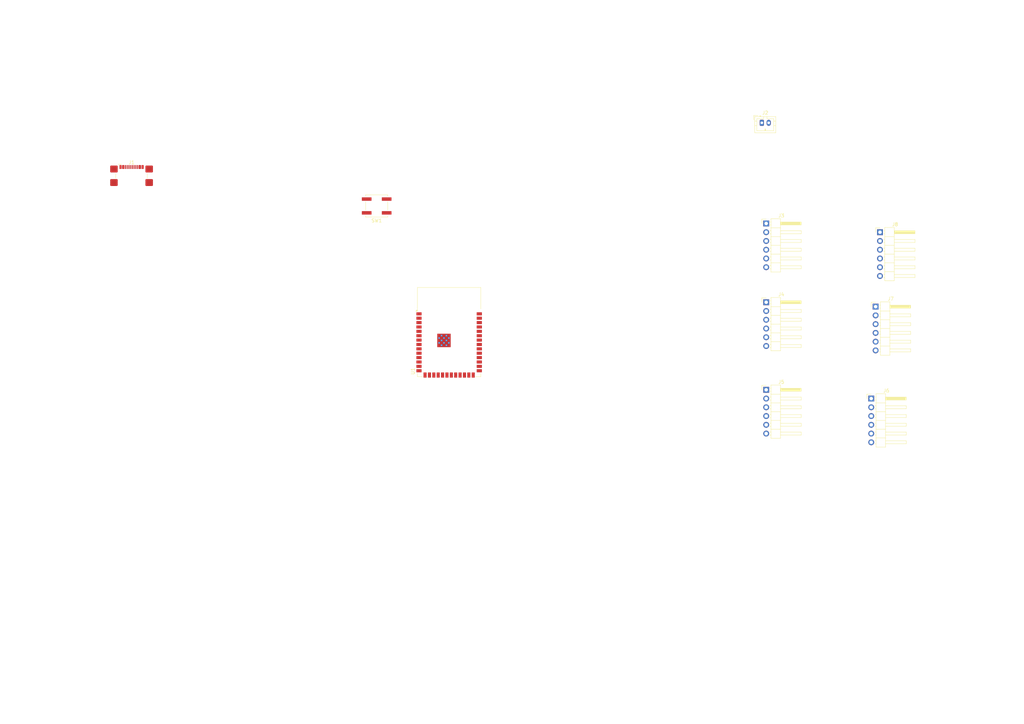
<source format=kicad_pcb>
(kicad_pcb (version 20241229) (generator "pcbnew") (generator_version "9.0")
  (layers (0 "F.Cu" signal) (2 "B.Cu" signal) (13 "F.Paste" user) (15 "B.Paste" user) (5 "F.SilkS" user "F.Silkscreen") (7 "B.SilkS" user "B.Silkscreen") (1 "F.Mask" user) (3 "B.Mask" user) (25 "Edge.Cuts" user))
  (net 0 "")
  (net 3 "Net-(U1-GND-Pad1)")
  (net 40 "Net-(J1-VBUS-PadA4)")
  (net 41 "Net-(J1-GND-PadA1)")
  (footprint "Button_Switch_SMD:SW_Push_1P1T_NO_CK_KSC6xxJ" (layer "F.Cu") (at 109.22 59.69)
    (property "Reference" "SW1" (at 0 4.24 0) (layer "F.SilkS"))
    (property "Value" "SW_Push")
    (fp_line (start -3.21 -3.21) (end -3.21 -2.8) (stroke (width 0.12)) (layer "F.SilkS"))
    (fp_line (start -3.21 -1.2) (end -3.21 1.2) (stroke (width 0.12)) (layer "F.SilkS"))
    (fp_line (start -3.21 2.8) (end -3.21 3.21) (stroke (width 0.12)) (layer "F.SilkS"))
    (fp_line (start -3.21 3.21) (end 3.21 3.21) (stroke (width 0.12)) (layer "F.SilkS"))
    (fp_line (start 3.21 -3.21) (end -3.21 -3.21) (stroke (width 0.12)) (layer "F.SilkS"))
    (fp_line (start 3.21 -2.8) (end 3.21 -3.21) (stroke (width 0.12)) (layer "F.SilkS"))
    (fp_line (start 3.21 1.2) (end 3.21 -1.2) (stroke (width 0.12)) (layer "F.SilkS"))
    (fp_line (start 3.21 3.21) (end 3.21 2.93) (stroke (width 0.12)) (layer "F.SilkS"))
    (pad "1" smd rect (at -2.9 -2) (size 2.8 1) (layers "F.Cu" "F.Mask" "F.Paste"))
    (pad "1" smd rect (at 2.9 -2) (size 2.8 1) (layers "F.Cu" "F.Mask" "F.Paste"))
    (pad "2" smd rect (at -2.9 2) (size 2.8 1) (layers "F.Cu" "F.Mask" "F.Paste"))
    (pad "2" smd rect (at 2.9 2) (size 2.8 1) (layers "F.Cu" "F.Mask" "F.Paste"))
  )
  (footprint "Connector_PinHeader_2.54mm:PinHeader_1x06_P2.54mm_Horizontal" (layer "F.Cu") (at 222.25 87.63)
    (property "Reference" "J4" (at 4.385 -2.27 0) (layer "F.SilkS"))
    (property "Value" "I2C_Front_Left")
    (fp_line (start -1.27 -1.27) (end 0 -1.27) (stroke (width 0.12)) (layer "F.SilkS"))
    (fp_line (start -1.27 0) (end -1.27 -1.27) (stroke (width 0.12)) (layer "F.SilkS"))
    (fp_line (start 1.077358 2.11) (end 1.39 2.11) (stroke (width 0.12)) (layer "F.SilkS"))
    (fp_line (start 1.077358 2.97) (end 1.39 2.97) (stroke (width 0.12)) (layer "F.SilkS"))
    (fp_line (start 1.077358 4.65) (end 1.39 4.65) (stroke (width 0.12)) (layer "F.SilkS"))
    (fp_line (start 1.077358 5.51) (end 1.39 5.51) (stroke (width 0.12)) (layer "F.SilkS"))
    (fp_line (start 1.077358 7.19) (end 1.39 7.19) (stroke (width 0.12)) (layer "F.SilkS"))
    (fp_line (start 1.077358 8.05) (end 1.39 8.05) (stroke (width 0.12)) (layer "F.SilkS"))
    (fp_line (start 1.077358 9.73) (end 1.39 9.73) (stroke (width 0.12)) (layer "F.SilkS"))
    (fp_line (start 1.077358 10.59) (end 1.39 10.59) (stroke (width 0.12)) (layer "F.SilkS"))
    (fp_line (start 1.077358 12.27) (end 1.39 12.27) (stroke (width 0.12)) (layer "F.SilkS"))
    (fp_line (start 1.077358 13.13) (end 1.39 13.13) (stroke (width 0.12)) (layer "F.SilkS"))
    (fp_line (start 1.16 -0.43) (end 1.39 -0.43) (stroke (width 0.12)) (layer "F.SilkS"))
    (fp_line (start 1.16 0.43) (end 1.39 0.43) (stroke (width 0.12)) (layer "F.SilkS"))
    (fp_line (start 1.39 -1.38) (end 1.39 14.08) (stroke (width 0.12)) (layer "F.SilkS"))
    (fp_line (start 1.39 1.27) (end 4.15 1.27) (stroke (width 0.12)) (layer "F.SilkS"))
    (fp_line (start 1.39 3.81) (end 4.15 3.81) (stroke (width 0.12)) (layer "F.SilkS"))
    (fp_line (start 1.39 6.35) (end 4.15 6.35) (stroke (width 0.12)) (layer "F.SilkS"))
    (fp_line (start 1.39 8.89) (end 4.15 8.89) (stroke (width 0.12)) (layer "F.SilkS"))
    (fp_line (start 1.39 11.43) (end 4.15 11.43) (stroke (width 0.12)) (layer "F.SilkS"))
    (fp_line (start 1.39 14.08) (end 4.15 14.08) (stroke (width 0.12)) (layer "F.SilkS"))
    (fp_line (start 4.15 -1.38) (end 1.39 -1.38) (stroke (width 0.12)) (layer "F.SilkS"))
    (fp_line (start 4.15 2.11) (end 10.15 2.11) (stroke (width 0.12)) (layer "F.SilkS"))
    (fp_line (start 4.15 4.65) (end 10.15 4.65) (stroke (width 0.12)) (layer "F.SilkS"))
    (fp_line (start 4.15 7.19) (end 10.15 7.19) (stroke (width 0.12)) (layer "F.SilkS"))
    (fp_line (start 4.15 9.73) (end 10.15 9.73) (stroke (width 0.12)) (layer "F.SilkS"))
    (fp_line (start 4.15 12.27) (end 10.15 12.27) (stroke (width 0.12)) (layer "F.SilkS"))
    (fp_line (start 4.15 14.08) (end 4.15 -1.38) (stroke (width 0.12)) (layer "F.SilkS"))
    (fp_line (start 10.15 2.11) (end 10.15 2.97) (stroke (width 0.12)) (layer "F.SilkS"))
    (fp_line (start 10.15 2.97) (end 4.15 2.97) (stroke (width 0.12)) (layer "F.SilkS"))
    (fp_line (start 10.15 4.65) (end 10.15 5.51) (stroke (width 0.12)) (layer "F.SilkS"))
    (fp_line (start 10.15 5.51) (end 4.15 5.51) (stroke (width 0.12)) (layer "F.SilkS"))
    (fp_line (start 10.15 7.19) (end 10.15 8.05) (stroke (width 0.12)) (layer "F.SilkS"))
    (fp_line (start 10.15 8.05) (end 4.15 8.05) (stroke (width 0.12)) (layer "F.SilkS"))
    (fp_line (start 10.15 9.73) (end 10.15 10.59) (stroke (width 0.12)) (layer "F.SilkS"))
    (fp_line (start 10.15 10.59) (end 4.15 10.59) (stroke (width 0.12)) (layer "F.SilkS"))
    (fp_line (start 10.15 12.27) (end 10.15 13.13) (stroke (width 0.12)) (layer "F.SilkS"))
    (fp_line (start 10.15 13.13) (end 4.15 13.13) (stroke (width 0.12)) (layer "F.SilkS"))
    (fp_rect (start 4.15 -0.43) (end 10.15 0.43) (stroke (width 0.12)) (fill yes) (layer "F.SilkS"))
    (pad "1" thru_hole rect (at 0 0) (size 1.7 1.7) (drill 1) (layers "*.Cu" "*.Mask"))
    (pad "2" thru_hole circle (at 0 2.54) (size 1.7 1.7) (drill 1) (layers "*.Cu" "*.Mask"))
    (pad "3" thru_hole circle (at 0 5.08) (size 1.7 1.7) (drill 1) (layers "*.Cu" "*.Mask"))
    (pad "4" thru_hole circle (at 0 7.62) (size 1.7 1.7) (drill 1) (layers "*.Cu" "*.Mask"))
    (pad "5" thru_hole circle (at 0 10.16) (size 1.7 1.7) (drill 1) (layers "*.Cu" "*.Mask"))
    (pad "6" thru_hole circle (at 0 12.7) (size 1.7 1.7) (drill 1) (layers "*.Cu" "*.Mask"))
  )
  (footprint "Connector_PinHeader_2.54mm:PinHeader_1x06_P2.54mm_Horizontal" (layer "F.Cu") (at 252.73 115.57)
    (property "Reference" "J6" (at 4.385 -2.27 0) (layer "F.SilkS"))
    (property "Value" "I2C_Back")
    (fp_line (start -1.27 -1.27) (end 0 -1.27) (stroke (width 0.12)) (layer "F.SilkS"))
    (fp_line (start -1.27 0) (end -1.27 -1.27) (stroke (width 0.12)) (layer "F.SilkS"))
    (fp_line (start 1.077358 2.11) (end 1.39 2.11) (stroke (width 0.12)) (layer "F.SilkS"))
    (fp_line (start 1.077358 2.97) (end 1.39 2.97) (stroke (width 0.12)) (layer "F.SilkS"))
    (fp_line (start 1.077358 4.65) (end 1.39 4.65) (stroke (width 0.12)) (layer "F.SilkS"))
    (fp_line (start 1.077358 5.51) (end 1.39 5.51) (stroke (width 0.12)) (layer "F.SilkS"))
    (fp_line (start 1.077358 7.19) (end 1.39 7.19) (stroke (width 0.12)) (layer "F.SilkS"))
    (fp_line (start 1.077358 8.05) (end 1.39 8.05) (stroke (width 0.12)) (layer "F.SilkS"))
    (fp_line (start 1.077358 9.73) (end 1.39 9.73) (stroke (width 0.12)) (layer "F.SilkS"))
    (fp_line (start 1.077358 10.59) (end 1.39 10.59) (stroke (width 0.12)) (layer "F.SilkS"))
    (fp_line (start 1.077358 12.27) (end 1.39 12.27) (stroke (width 0.12)) (layer "F.SilkS"))
    (fp_line (start 1.077358 13.13) (end 1.39 13.13) (stroke (width 0.12)) (layer "F.SilkS"))
    (fp_line (start 1.16 -0.43) (end 1.39 -0.43) (stroke (width 0.12)) (layer "F.SilkS"))
    (fp_line (start 1.16 0.43) (end 1.39 0.43) (stroke (width 0.12)) (layer "F.SilkS"))
    (fp_line (start 1.39 -1.38) (end 1.39 14.08) (stroke (width 0.12)) (layer "F.SilkS"))
    (fp_line (start 1.39 1.27) (end 4.15 1.27) (stroke (width 0.12)) (layer "F.SilkS"))
    (fp_line (start 1.39 3.81) (end 4.15 3.81) (stroke (width 0.12)) (layer "F.SilkS"))
    (fp_line (start 1.39 6.35) (end 4.15 6.35) (stroke (width 0.12)) (layer "F.SilkS"))
    (fp_line (start 1.39 8.89) (end 4.15 8.89) (stroke (width 0.12)) (layer "F.SilkS"))
    (fp_line (start 1.39 11.43) (end 4.15 11.43) (stroke (width 0.12)) (layer "F.SilkS"))
    (fp_line (start 1.39 14.08) (end 4.15 14.08) (stroke (width 0.12)) (layer "F.SilkS"))
    (fp_line (start 4.15 -1.38) (end 1.39 -1.38) (stroke (width 0.12)) (layer "F.SilkS"))
    (fp_line (start 4.15 2.11) (end 10.15 2.11) (stroke (width 0.12)) (layer "F.SilkS"))
    (fp_line (start 4.15 4.65) (end 10.15 4.65) (stroke (width 0.12)) (layer "F.SilkS"))
    (fp_line (start 4.15 7.19) (end 10.15 7.19) (stroke (width 0.12)) (layer "F.SilkS"))
    (fp_line (start 4.15 9.73) (end 10.15 9.73) (stroke (width 0.12)) (layer "F.SilkS"))
    (fp_line (start 4.15 12.27) (end 10.15 12.27) (stroke (width 0.12)) (layer "F.SilkS"))
    (fp_line (start 4.15 14.08) (end 4.15 -1.38) (stroke (width 0.12)) (layer "F.SilkS"))
    (fp_line (start 10.15 2.11) (end 10.15 2.97) (stroke (width 0.12)) (layer "F.SilkS"))
    (fp_line (start 10.15 2.97) (end 4.15 2.97) (stroke (width 0.12)) (layer "F.SilkS"))
    (fp_line (start 10.15 4.65) (end 10.15 5.51) (stroke (width 0.12)) (layer "F.SilkS"))
    (fp_line (start 10.15 5.51) (end 4.15 5.51) (stroke (width 0.12)) (layer "F.SilkS"))
    (fp_line (start 10.15 7.19) (end 10.15 8.05) (stroke (width 0.12)) (layer "F.SilkS"))
    (fp_line (start 10.15 8.05) (end 4.15 8.05) (stroke (width 0.12)) (layer "F.SilkS"))
    (fp_line (start 10.15 9.73) (end 10.15 10.59) (stroke (width 0.12)) (layer "F.SilkS"))
    (fp_line (start 10.15 10.59) (end 4.15 10.59) (stroke (width 0.12)) (layer "F.SilkS"))
    (fp_line (start 10.15 12.27) (end 10.15 13.13) (stroke (width 0.12)) (layer "F.SilkS"))
    (fp_line (start 10.15 13.13) (end 4.15 13.13) (stroke (width 0.12)) (layer "F.SilkS"))
    (fp_rect (start 4.15 -0.43) (end 10.15 0.43) (stroke (width 0.12)) (fill yes) (layer "F.SilkS"))
    (pad "1" thru_hole rect (at 0 0) (size 1.7 1.7) (drill 1) (layers "*.Cu" "*.Mask"))
    (pad "2" thru_hole circle (at 0 2.54) (size 1.7 1.7) (drill 1) (layers "*.Cu" "*.Mask"))
    (pad "3" thru_hole circle (at 0 5.08) (size 1.7 1.7) (drill 1) (layers "*.Cu" "*.Mask"))
    (pad "4" thru_hole circle (at 0 7.62) (size 1.7 1.7) (drill 1) (layers "*.Cu" "*.Mask"))
    (pad "5" thru_hole circle (at 0 10.16) (size 1.7 1.7) (drill 1) (layers "*.Cu" "*.Mask"))
    (pad "6" thru_hole circle (at 0 12.7) (size 1.7 1.7) (drill 1) (layers "*.Cu" "*.Mask"))
  )
  (footprint "Connector_PinHeader_2.54mm:PinHeader_1x06_P2.54mm_Horizontal" (layer "F.Cu") (at 255.27 67.31)
    (property "Reference" "J8" (at 4.385 -2.27 0) (layer "F.SilkS"))
    (property "Value" "I2C_Back_Left")
    (fp_line (start -1.27 -1.27) (end 0 -1.27) (stroke (width 0.12)) (layer "F.SilkS"))
    (fp_line (start -1.27 0) (end -1.27 -1.27) (stroke (width 0.12)) (layer "F.SilkS"))
    (fp_line (start 1.077358 2.11) (end 1.39 2.11) (stroke (width 0.12)) (layer "F.SilkS"))
    (fp_line (start 1.077358 2.97) (end 1.39 2.97) (stroke (width 0.12)) (layer "F.SilkS"))
    (fp_line (start 1.077358 4.65) (end 1.39 4.65) (stroke (width 0.12)) (layer "F.SilkS"))
    (fp_line (start 1.077358 5.51) (end 1.39 5.51) (stroke (width 0.12)) (layer "F.SilkS"))
    (fp_line (start 1.077358 7.19) (end 1.39 7.19) (stroke (width 0.12)) (layer "F.SilkS"))
    (fp_line (start 1.077358 8.05) (end 1.39 8.05) (stroke (width 0.12)) (layer "F.SilkS"))
    (fp_line (start 1.077358 9.73) (end 1.39 9.73) (stroke (width 0.12)) (layer "F.SilkS"))
    (fp_line (start 1.077358 10.59) (end 1.39 10.59) (stroke (width 0.12)) (layer "F.SilkS"))
    (fp_line (start 1.077358 12.27) (end 1.39 12.27) (stroke (width 0.12)) (layer "F.SilkS"))
    (fp_line (start 1.077358 13.13) (end 1.39 13.13) (stroke (width 0.12)) (layer "F.SilkS"))
    (fp_line (start 1.16 -0.43) (end 1.39 -0.43) (stroke (width 0.12)) (layer "F.SilkS"))
    (fp_line (start 1.16 0.43) (end 1.39 0.43) (stroke (width 0.12)) (layer "F.SilkS"))
    (fp_line (start 1.39 -1.38) (end 1.39 14.08) (stroke (width 0.12)) (layer "F.SilkS"))
    (fp_line (start 1.39 1.27) (end 4.15 1.27) (stroke (width 0.12)) (layer "F.SilkS"))
    (fp_line (start 1.39 3.81) (end 4.15 3.81) (stroke (width 0.12)) (layer "F.SilkS"))
    (fp_line (start 1.39 6.35) (end 4.15 6.35) (stroke (width 0.12)) (layer "F.SilkS"))
    (fp_line (start 1.39 8.89) (end 4.15 8.89) (stroke (width 0.12)) (layer "F.SilkS"))
    (fp_line (start 1.39 11.43) (end 4.15 11.43) (stroke (width 0.12)) (layer "F.SilkS"))
    (fp_line (start 1.39 14.08) (end 4.15 14.08) (stroke (width 0.12)) (layer "F.SilkS"))
    (fp_line (start 4.15 -1.38) (end 1.39 -1.38) (stroke (width 0.12)) (layer "F.SilkS"))
    (fp_line (start 4.15 2.11) (end 10.15 2.11) (stroke (width 0.12)) (layer "F.SilkS"))
    (fp_line (start 4.15 4.65) (end 10.15 4.65) (stroke (width 0.12)) (layer "F.SilkS"))
    (fp_line (start 4.15 7.19) (end 10.15 7.19) (stroke (width 0.12)) (layer "F.SilkS"))
    (fp_line (start 4.15 9.73) (end 10.15 9.73) (stroke (width 0.12)) (layer "F.SilkS"))
    (fp_line (start 4.15 12.27) (end 10.15 12.27) (stroke (width 0.12)) (layer "F.SilkS"))
    (fp_line (start 4.15 14.08) (end 4.15 -1.38) (stroke (width 0.12)) (layer "F.SilkS"))
    (fp_line (start 10.15 2.11) (end 10.15 2.97) (stroke (width 0.12)) (layer "F.SilkS"))
    (fp_line (start 10.15 2.97) (end 4.15 2.97) (stroke (width 0.12)) (layer "F.SilkS"))
    (fp_line (start 10.15 4.65) (end 10.15 5.51) (stroke (width 0.12)) (layer "F.SilkS"))
    (fp_line (start 10.15 5.51) (end 4.15 5.51) (stroke (width 0.12)) (layer "F.SilkS"))
    (fp_line (start 10.15 7.19) (end 10.15 8.05) (stroke (width 0.12)) (layer "F.SilkS"))
    (fp_line (start 10.15 8.05) (end 4.15 8.05) (stroke (width 0.12)) (layer "F.SilkS"))
    (fp_line (start 10.15 9.73) (end 10.15 10.59) (stroke (width 0.12)) (layer "F.SilkS"))
    (fp_line (start 10.15 10.59) (end 4.15 10.59) (stroke (width 0.12)) (layer "F.SilkS"))
    (fp_line (start 10.15 12.27) (end 10.15 13.13) (stroke (width 0.12)) (layer "F.SilkS"))
    (fp_line (start 10.15 13.13) (end 4.15 13.13) (stroke (width 0.12)) (layer "F.SilkS"))
    (fp_rect (start 4.15 -0.43) (end 10.15 0.43) (stroke (width 0.12)) (fill yes) (layer "F.SilkS"))
    (pad "1" thru_hole rect (at 0 0) (size 1.7 1.7) (drill 1) (layers "*.Cu" "*.Mask"))
    (pad "2" thru_hole circle (at 0 2.54) (size 1.7 1.7) (drill 1) (layers "*.Cu" "*.Mask"))
    (pad "3" thru_hole circle (at 0 5.08) (size 1.7 1.7) (drill 1) (layers "*.Cu" "*.Mask"))
    (pad "4" thru_hole circle (at 0 7.62) (size 1.7 1.7) (drill 1) (layers "*.Cu" "*.Mask"))
    (pad "5" thru_hole circle (at 0 10.16) (size 1.7 1.7) (drill 1) (layers "*.Cu" "*.Mask"))
    (pad "6" thru_hole circle (at 0 12.7) (size 1.7 1.7) (drill 1) (layers "*.Cu" "*.Mask"))
  )
  (footprint "RF_Module:ESP32-S3-WROOM-1" (layer "F.Cu") (at 130.25 96.25)
    (property "Reference" "U1" (at -10.5 11.4 90) (layer "F.SilkS"))
    (property "Value" "ESP32-S3-WROOM-1")
    (fp_line (start -9.2 -12.9) (end -9.2 -6.7) (stroke (width 0.12)) (layer "F.SilkS"))
    (fp_line (start -9.2 -12.9) (end 9.2 -12.9) (stroke (width 0.12)) (layer "F.SilkS"))
    (fp_line (start -9.2 11.95) (end -9.2 12.95) (stroke (width 0.12)) (layer "F.SilkS"))
    (fp_line (start -9.2 12.95) (end -7.7 12.95) (stroke (width 0.12)) (layer "F.SilkS"))
    (fp_line (start 9.2 -12.9) (end 9.2 -6.7) (stroke (width 0.12)) (layer "F.SilkS"))
    (fp_line (start 9.2 12.95) (end 7.7 12.95) (stroke (width 0.12)) (layer "F.SilkS"))
    (fp_line (start 9.2 12.95) (end 9.2 11.95) (stroke (width 0.12)) (layer "F.SilkS"))
    (fp_poly (pts (xy -9.2 -6.025) (xy -9.7 -6.025) (xy -9.2 -6.525) (xy -9.2 -6.025)) (stroke (width 0.12)) (fill yes) (layer "F.SilkS"))
    (pad "1" smd rect (at -8.75 -5.26) (size 1.5 0.9) (layers "F.Cu" "F.Mask" "F.Paste") (net 3 "Net-(U1-GND-Pad1)"))
    (pad "2" smd rect (at -8.75 -3.99) (size 1.5 0.9) (layers "F.Cu" "F.Mask" "F.Paste"))
    (pad "3" smd rect (at -8.75 -2.72) (size 1.5 0.9) (layers "F.Cu" "F.Mask" "F.Paste"))
    (pad "4" smd rect (at -8.75 -1.45) (size 1.5 0.9) (layers "F.Cu" "F.Mask" "F.Paste"))
    (pad "5" smd rect (at -8.75 -0.18) (size 1.5 0.9) (layers "F.Cu" "F.Mask" "F.Paste"))
    (pad "6" smd rect (at -8.75 1.09) (size 1.5 0.9) (layers "F.Cu" "F.Mask" "F.Paste"))
    (pad "7" smd rect (at -8.75 2.36) (size 1.5 0.9) (layers "F.Cu" "F.Mask" "F.Paste"))
    (pad "8" smd rect (at -8.75 3.63) (size 1.5 0.9) (layers "F.Cu" "F.Mask" "F.Paste"))
    (pad "9" smd rect (at -8.75 4.9) (size 1.5 0.9) (layers "F.Cu" "F.Mask" "F.Paste"))
    (pad "10" smd rect (at -8.75 6.17) (size 1.5 0.9) (layers "F.Cu" "F.Mask" "F.Paste"))
    (pad "11" smd rect (at -8.75 7.44) (size 1.5 0.9) (layers "F.Cu" "F.Mask" "F.Paste"))
    (pad "12" smd rect (at -8.75 8.71) (size 1.5 0.9) (layers "F.Cu" "F.Mask" "F.Paste"))
    (pad "13" smd rect (at -8.75 9.98) (size 1.5 0.9) (layers "F.Cu" "F.Mask" "F.Paste"))
    (pad "14" smd rect (at -8.75 11.25 180) (size 1.5 0.9) (layers "F.Cu" "F.Mask" "F.Paste"))
    (pad "15" smd rect (at -6.985 12.5 270) (size 1.5 0.9) (layers "F.Cu" "F.Mask" "F.Paste"))
    (pad "16" smd rect (at -5.715 12.5 270) (size 1.5 0.9) (layers "F.Cu" "F.Mask" "F.Paste"))
    (pad "17" smd rect (at -4.445 12.5 270) (size 1.5 0.9) (layers "F.Cu" "F.Mask" "F.Paste"))
    (pad "18" smd rect (at -3.175 12.5 270) (size 1.5 0.9) (layers "F.Cu" "F.Mask" "F.Paste"))
    (pad "19" smd rect (at -1.905 12.5 270) (size 1.5 0.9) (layers "F.Cu" "F.Mask" "F.Paste"))
    (pad "20" smd rect (at -0.635 12.5 270) (size 1.5 0.9) (layers "F.Cu" "F.Mask" "F.Paste"))
    (pad "21" smd rect (at 0.635 12.5 270) (size 1.5 0.9) (layers "F.Cu" "F.Mask" "F.Paste"))
    (pad "22" smd rect (at 1.905 12.5 270) (size 1.5 0.9) (layers "F.Cu" "F.Mask" "F.Paste"))
    (pad "23" smd rect (at 3.175 12.5 270) (size 1.5 0.9) (layers "F.Cu" "F.Mask" "F.Paste"))
    (pad "24" smd rect (at 4.445 12.5 270) (size 1.5 0.9) (layers "F.Cu" "F.Mask" "F.Paste"))
    (pad "25" smd rect (at 5.715 12.5 270) (size 1.5 0.9) (layers "F.Cu" "F.Mask" "F.Paste"))
    (pad "26" smd rect (at 6.985 12.5 270) (size 1.5 0.9) (layers "F.Cu" "F.Mask" "F.Paste"))
    (pad "27" smd rect (at 8.75 11.25) (size 1.5 0.9) (layers "F.Cu" "F.Mask" "F.Paste"))
    (pad "28" smd rect (at 8.75 9.98) (size 1.5 0.9) (layers "F.Cu" "F.Mask" "F.Paste"))
    (pad "29" smd rect (at 8.75 8.71) (size 1.5 0.9) (layers "F.Cu" "F.Mask" "F.Paste"))
    (pad "30" smd rect (at 8.75 7.44) (size 1.5 0.9) (layers "F.Cu" "F.Mask" "F.Paste"))
    (pad "31" smd rect (at 8.75 6.17) (size 1.5 0.9) (layers "F.Cu" "F.Mask" "F.Paste"))
    (pad "32" smd rect (at 8.75 4.9) (size 1.5 0.9) (layers "F.Cu" "F.Mask" "F.Paste"))
    (pad "33" smd rect (at 8.75 3.63) (size 1.5 0.9) (layers "F.Cu" "F.Mask" "F.Paste"))
    (pad "34" smd rect (at 8.75 2.36) (size 1.5 0.9) (layers "F.Cu" "F.Mask" "F.Paste"))
    (pad "35" smd rect (at 8.75 1.09) (size 1.5 0.9) (layers "F.Cu" "F.Mask" "F.Paste"))
    (pad "36" smd rect (at 8.75 -0.18) (size 1.5 0.9) (layers "F.Cu" "F.Mask" "F.Paste"))
    (pad "37" smd rect (at 8.75 -1.45) (size 1.5 0.9) (layers "F.Cu" "F.Mask" "F.Paste"))
    (pad "38" smd rect (at 8.75 -2.72) (size 1.5 0.9) (layers "F.Cu" "F.Mask" "F.Paste"))
    (pad "39" smd rect (at 8.75 -3.99) (size 1.5 0.9) (layers "F.Cu" "F.Mask" "F.Paste"))
    (pad "40" smd rect (at 8.75 -5.26) (size 1.5 0.9) (layers "F.Cu" "F.Mask" "F.Paste") (net 3 "Net-(U1-GND-Pad1)"))
    (pad "41" thru_hole circle (at -2.9 1.76 90) (size 0.6 0.6) (drill 0.2) (property pad_prop_heatsink) (layers "*.Cu" "F.Mask") (net 3 "Net-(U1-GND-Pad1)"))
    (pad "41" thru_hole circle (at -2.9 3.16) (size 0.6 0.6) (drill 0.2) (property pad_prop_heatsink) (layers "*.Cu" "F.Mask") (net 3 "Net-(U1-GND-Pad1)"))
    (pad "41" thru_hole circle (at -2.2 1.06) (size 0.6 0.6) (drill 0.2) (property pad_prop_heatsink) (layers "*.Cu" "F.Mask") (net 3 "Net-(U1-GND-Pad1)"))
    (pad "41" thru_hole circle (at -2.2 2.46) (size 0.6 0.6) (drill 0.2) (property pad_prop_heatsink) (layers "*.Cu" "F.Mask") (net 3 "Net-(U1-GND-Pad1)"))
    (pad "41" thru_hole circle (at -2.2 3.86) (size 0.6 0.6) (drill 0.2) (property pad_prop_heatsink) (layers "*.Cu" "F.Mask") (net 3 "Net-(U1-GND-Pad1)"))
    (pad "41" thru_hole circle (at -1.5 1.76) (size 0.6 0.6) (drill 0.2) (property pad_prop_heatsink) (layers "*.Cu" "F.Mask") (net 3 "Net-(U1-GND-Pad1)"))
    (pad "41" smd rect (at -1.5 2.46 270) (size 3.9 3.9) (property pad_prop_heatsink) (layers "F.Cu" "F.Mask") (net 3 "Net-(U1-GND-Pad1)"))
    (pad "41" thru_hole circle (at -1.5 3.16) (size 0.6 0.6) (drill 0.2) (property pad_prop_heatsink) (layers "*.Cu" "F.Mask") (net 3 "Net-(U1-GND-Pad1)"))
    (pad "41" thru_hole circle (at -0.8 1.06) (size 0.6 0.6) (drill 0.2) (property pad_prop_heatsink) (layers "*.Cu" "F.Mask") (net 3 "Net-(U1-GND-Pad1)"))
    (pad "41" thru_hole circle (at -0.8 2.46) (size 0.6 0.6) (drill 0.2) (property pad_prop_heatsink) (layers "*.Cu" "F.Mask") (net 3 "Net-(U1-GND-Pad1)"))
    (pad "41" thru_hole circle (at -0.8 3.86) (size 0.6 0.6) (drill 0.2) (property pad_prop_heatsink) (layers "*.Cu" "F.Mask") (net 3 "Net-(U1-GND-Pad1)"))
    (pad "41" thru_hole circle (at -0.1 1.76) (size 0.6 0.6) (drill 0.2) (property pad_prop_heatsink) (layers "*.Cu" "F.Mask") (net 3 "Net-(U1-GND-Pad1)"))
    (pad "41" thru_hole circle (at -0.1 3.16) (size 0.6 0.6) (drill 0.2) (property pad_prop_heatsink) (layers "*.Cu" "F.Mask") (net 3 "Net-(U1-GND-Pad1)"))
  )
  (footprint "Connector_PinHeader_2.54mm:PinHeader_1x06_P2.54mm_Horizontal" (layer "F.Cu") (at 222.25 113.03)
    (property "Reference" "J5" (at 4.385 -2.27 0) (layer "F.SilkS"))
    (property "Value" "I2C_Front_Right")
    (fp_line (start -1.27 -1.27) (end 0 -1.27) (stroke (width 0.12)) (layer "F.SilkS"))
    (fp_line (start -1.27 0) (end -1.27 -1.27) (stroke (width 0.12)) (layer "F.SilkS"))
    (fp_line (start 1.077358 2.11) (end 1.39 2.11) (stroke (width 0.12)) (layer "F.SilkS"))
    (fp_line (start 1.077358 2.97) (end 1.39 2.97) (stroke (width 0.12)) (layer "F.SilkS"))
    (fp_line (start 1.077358 4.65) (end 1.39 4.65) (stroke (width 0.12)) (layer "F.SilkS"))
    (fp_line (start 1.077358 5.51) (end 1.39 5.51) (stroke (width 0.12)) (layer "F.SilkS"))
    (fp_line (start 1.077358 7.19) (end 1.39 7.19) (stroke (width 0.12)) (layer "F.SilkS"))
    (fp_line (start 1.077358 8.05) (end 1.39 8.05) (stroke (width 0.12)) (layer "F.SilkS"))
    (fp_line (start 1.077358 9.73) (end 1.39 9.73) (stroke (width 0.12)) (layer "F.SilkS"))
    (fp_line (start 1.077358 10.59) (end 1.39 10.59) (stroke (width 0.12)) (layer "F.SilkS"))
    (fp_line (start 1.077358 12.27) (end 1.39 12.27) (stroke (width 0.12)) (layer "F.SilkS"))
    (fp_line (start 1.077358 13.13) (end 1.39 13.13) (stroke (width 0.12)) (layer "F.SilkS"))
    (fp_line (start 1.16 -0.43) (end 1.39 -0.43) (stroke (width 0.12)) (layer "F.SilkS"))
    (fp_line (start 1.16 0.43) (end 1.39 0.43) (stroke (width 0.12)) (layer "F.SilkS"))
    (fp_line (start 1.39 -1.38) (end 1.39 14.08) (stroke (width 0.12)) (layer "F.SilkS"))
    (fp_line (start 1.39 1.27) (end 4.15 1.27) (stroke (width 0.12)) (layer "F.SilkS"))
    (fp_line (start 1.39 3.81) (end 4.15 3.81) (stroke (width 0.12)) (layer "F.SilkS"))
    (fp_line (start 1.39 6.35) (end 4.15 6.35) (stroke (width 0.12)) (layer "F.SilkS"))
    (fp_line (start 1.39 8.89) (end 4.15 8.89) (stroke (width 0.12)) (layer "F.SilkS"))
    (fp_line (start 1.39 11.43) (end 4.15 11.43) (stroke (width 0.12)) (layer "F.SilkS"))
    (fp_line (start 1.39 14.08) (end 4.15 14.08) (stroke (width 0.12)) (layer "F.SilkS"))
    (fp_line (start 4.15 -1.38) (end 1.39 -1.38) (stroke (width 0.12)) (layer "F.SilkS"))
    (fp_line (start 4.15 2.11) (end 10.15 2.11) (stroke (width 0.12)) (layer "F.SilkS"))
    (fp_line (start 4.15 4.65) (end 10.15 4.65) (stroke (width 0.12)) (layer "F.SilkS"))
    (fp_line (start 4.15 7.19) (end 10.15 7.19) (stroke (width 0.12)) (layer "F.SilkS"))
    (fp_line (start 4.15 9.73) (end 10.15 9.73) (stroke (width 0.12)) (layer "F.SilkS"))
    (fp_line (start 4.15 12.27) (end 10.15 12.27) (stroke (width 0.12)) (layer "F.SilkS"))
    (fp_line (start 4.15 14.08) (end 4.15 -1.38) (stroke (width 0.12)) (layer "F.SilkS"))
    (fp_line (start 10.15 2.11) (end 10.15 2.97) (stroke (width 0.12)) (layer "F.SilkS"))
    (fp_line (start 10.15 2.97) (end 4.15 2.97) (stroke (width 0.12)) (layer "F.SilkS"))
    (fp_line (start 10.15 4.65) (end 10.15 5.51) (stroke (width 0.12)) (layer "F.SilkS"))
    (fp_line (start 10.15 5.51) (end 4.15 5.51) (stroke (width 0.12)) (layer "F.SilkS"))
    (fp_line (start 10.15 7.19) (end 10.15 8.05) (stroke (width 0.12)) (layer "F.SilkS"))
    (fp_line (start 10.15 8.05) (end 4.15 8.05) (stroke (width 0.12)) (layer "F.SilkS"))
    (fp_line (start 10.15 9.73) (end 10.15 10.59) (stroke (width 0.12)) (layer "F.SilkS"))
    (fp_line (start 10.15 10.59) (end 4.15 10.59) (stroke (width 0.12)) (layer "F.SilkS"))
    (fp_line (start 10.15 12.27) (end 10.15 13.13) (stroke (width 0.12)) (layer "F.SilkS"))
    (fp_line (start 10.15 13.13) (end 4.15 13.13) (stroke (width 0.12)) (layer "F.SilkS"))
    (fp_rect (start 4.15 -0.43) (end 10.15 0.43) (stroke (width 0.12)) (fill yes) (layer "F.SilkS"))
    (pad "1" thru_hole rect (at 0 0) (size 1.7 1.7) (drill 1) (layers "*.Cu" "*.Mask"))
    (pad "2" thru_hole circle (at 0 2.54) (size 1.7 1.7) (drill 1) (layers "*.Cu" "*.Mask"))
    (pad "3" thru_hole circle (at 0 5.08) (size 1.7 1.7) (drill 1) (layers "*.Cu" "*.Mask"))
    (pad "4" thru_hole circle (at 0 7.62) (size 1.7 1.7) (drill 1) (layers "*.Cu" "*.Mask"))
    (pad "5" thru_hole circle (at 0 10.16) (size 1.7 1.7) (drill 1) (layers "*.Cu" "*.Mask"))
    (pad "6" thru_hole circle (at 0 12.7) (size 1.7 1.7) (drill 1) (layers "*.Cu" "*.Mask"))
  )
  (footprint "Connector_JST:JST_PH_B2B-PH-K_1x02_P2.00mm_Vertical" (layer "F.Cu") (at 220.98 35.56)
    (property "Reference" "J2" (at 1 -2.9 0) (layer "F.SilkS"))
    (property "Value" "Battery")
    (fp_line (start -2.36 -2.11) (end -2.36 -0.86) (stroke (width 0.12)) (layer "F.SilkS"))
    (fp_line (start -2.06 -1.81) (end -2.06 2.91) (stroke (width 0.12)) (layer "F.SilkS"))
    (fp_line (start -2.06 -0.5) (end -1.45 -0.5) (stroke (width 0.12)) (layer "F.SilkS"))
    (fp_line (start -2.06 0.8) (end -1.45 0.8) (stroke (width 0.12)) (layer "F.SilkS"))
    (fp_line (start -2.06 2.91) (end 4.06 2.91) (stroke (width 0.12)) (layer "F.SilkS"))
    (fp_line (start -1.45 -1.2) (end -1.45 2.3) (stroke (width 0.12)) (layer "F.SilkS"))
    (fp_line (start -1.45 2.3) (end 3.45 2.3) (stroke (width 0.12)) (layer "F.SilkS"))
    (fp_line (start -1.11 -2.11) (end -2.36 -2.11) (stroke (width 0.12)) (layer "F.SilkS"))
    (fp_line (start -0.6 -2.01) (end -0.6 -1.81) (stroke (width 0.12)) (layer "F.SilkS"))
    (fp_line (start -0.3 -2.01) (end -0.6 -2.01) (stroke (width 0.12)) (layer "F.SilkS"))
    (fp_line (start -0.3 -1.91) (end -0.6 -1.91) (stroke (width 0.12)) (layer "F.SilkS"))
    (fp_line (start -0.3 -1.81) (end -0.3 -2.01) (stroke (width 0.12)) (layer "F.SilkS"))
    (fp_line (start 0.5 -1.81) (end 0.5 -1.2) (stroke (width 0.12)) (layer "F.SilkS"))
    (fp_line (start 0.5 -1.2) (end -1.45 -1.2) (stroke (width 0.12)) (layer "F.SilkS"))
    (fp_line (start 0.9 1.8) (end 1.1 1.8) (stroke (width 0.12)) (layer "F.SilkS"))
    (fp_line (start 0.9 2.3) (end 0.9 1.8) (stroke (width 0.12)) (layer "F.SilkS"))
    (fp_line (start 1 2.3) (end 1 1.8) (stroke (width 0.12)) (layer "F.SilkS"))
    (fp_line (start 1.1 1.8) (end 1.1 2.3) (stroke (width 0.12)) (layer "F.SilkS"))
    (fp_line (start 1.5 -1.2) (end 1.5 -1.81) (stroke (width 0.12)) (layer "F.SilkS"))
    (fp_line (start 3.45 -1.2) (end 1.5 -1.2) (stroke (width 0.12)) (layer "F.SilkS"))
    (fp_line (start 3.45 2.3) (end 3.45 -1.2) (stroke (width 0.12)) (layer "F.SilkS"))
    (fp_line (start 4.06 -1.81) (end -2.06 -1.81) (stroke (width 0.12)) (layer "F.SilkS"))
    (fp_line (start 4.06 -0.5) (end 3.45 -0.5) (stroke (width 0.12)) (layer "F.SilkS"))
    (fp_line (start 4.06 0.8) (end 3.45 0.8) (stroke (width 0.12)) (layer "F.SilkS"))
    (fp_line (start 4.06 2.91) (end 4.06 -1.81) (stroke (width 0.12)) (layer "F.SilkS"))
    (pad "1" thru_hole roundrect (at 0 0) (size 1.2 1.75) (drill 0.75) (layers "*.Cu" "*.Mask") (roundrect_rratio 0.208333))
    (pad "2" thru_hole oval (at 2 0) (size 1.2 1.75) (drill 0.75) (layers "*.Cu" "*.Mask"))
  )
  (footprint "Connector_PinHeader_2.54mm:PinHeader_1x06_P2.54mm_Horizontal" (layer "F.Cu") (at 222.25 64.769999)
    (property "Reference" "J3" (at 4.385 -2.27 0) (layer "F.SilkS"))
    (property "Value" "I2c_Front")
    (fp_line (start -1.27 -1.27) (end 0 -1.27) (stroke (width 0.12)) (layer "F.SilkS"))
    (fp_line (start -1.27 0) (end -1.27 -1.27) (stroke (width 0.12)) (layer "F.SilkS"))
    (fp_line (start 1.077358 2.11) (end 1.39 2.11) (stroke (width 0.12)) (layer "F.SilkS"))
    (fp_line (start 1.077358 2.97) (end 1.39 2.97) (stroke (width 0.12)) (layer "F.SilkS"))
    (fp_line (start 1.077358 4.65) (end 1.39 4.65) (stroke (width 0.12)) (layer "F.SilkS"))
    (fp_line (start 1.077358 5.51) (end 1.39 5.51) (stroke (width 0.12)) (layer "F.SilkS"))
    (fp_line (start 1.077358 7.19) (end 1.39 7.19) (stroke (width 0.12)) (layer "F.SilkS"))
    (fp_line (start 1.077358 8.05) (end 1.39 8.05) (stroke (width 0.12)) (layer "F.SilkS"))
    (fp_line (start 1.077358 9.73) (end 1.39 9.73) (stroke (width 0.12)) (layer "F.SilkS"))
    (fp_line (start 1.077358 10.59) (end 1.39 10.59) (stroke (width 0.12)) (layer "F.SilkS"))
    (fp_line (start 1.077358 12.27) (end 1.39 12.27) (stroke (width 0.12)) (layer "F.SilkS"))
    (fp_line (start 1.077358 13.13) (end 1.39 13.13) (stroke (width 0.12)) (layer "F.SilkS"))
    (fp_line (start 1.16 -0.43) (end 1.39 -0.43) (stroke (width 0.12)) (layer "F.SilkS"))
    (fp_line (start 1.16 0.43) (end 1.39 0.43) (stroke (width 0.12)) (layer "F.SilkS"))
    (fp_line (start 1.39 -1.38) (end 1.39 14.08) (stroke (width 0.12)) (layer "F.SilkS"))
    (fp_line (start 1.39 1.27) (end 4.15 1.27) (stroke (width 0.12)) (layer "F.SilkS"))
    (fp_line (start 1.39 3.81) (end 4.15 3.81) (stroke (width 0.12)) (layer "F.SilkS"))
    (fp_line (start 1.39 6.35) (end 4.15 6.35) (stroke (width 0.12)) (layer "F.SilkS"))
    (fp_line (start 1.39 8.89) (end 4.15 8.89) (stroke (width 0.12)) (layer "F.SilkS"))
    (fp_line (start 1.39 11.43) (end 4.15 11.43) (stroke (width 0.12)) (layer "F.SilkS"))
    (fp_line (start 1.39 14.08) (end 4.15 14.08) (stroke (width 0.12)) (layer "F.SilkS"))
    (fp_line (start 4.15 -1.38) (end 1.39 -1.38) (stroke (width 0.12)) (layer "F.SilkS"))
    (fp_line (start 4.15 2.11) (end 10.15 2.11) (stroke (width 0.12)) (layer "F.SilkS"))
    (fp_line (start 4.15 4.65) (end 10.15 4.65) (stroke (width 0.12)) (layer "F.SilkS"))
    (fp_line (start 4.15 7.19) (end 10.15 7.19) (stroke (width 0.12)) (layer "F.SilkS"))
    (fp_line (start 4.15 9.73) (end 10.15 9.73) (stroke (width 0.12)) (layer "F.SilkS"))
    (fp_line (start 4.15 12.27) (end 10.15 12.27) (stroke (width 0.12)) (layer "F.SilkS"))
    (fp_line (start 4.15 14.08) (end 4.15 -1.38) (stroke (width 0.12)) (layer "F.SilkS"))
    (fp_line (start 10.15 2.11) (end 10.15 2.97) (stroke (width 0.12)) (layer "F.SilkS"))
    (fp_line (start 10.15 2.97) (end 4.15 2.97) (stroke (width 0.12)) (layer "F.SilkS"))
    (fp_line (start 10.15 4.65) (end 10.15 5.51) (stroke (width 0.12)) (layer "F.SilkS"))
    (fp_line (start 10.15 5.51) (end 4.15 5.51) (stroke (width 0.12)) (layer "F.SilkS"))
    (fp_line (start 10.15 7.19) (end 10.15 8.05) (stroke (width 0.12)) (layer "F.SilkS"))
    (fp_line (start 10.15 8.05) (end 4.15 8.05) (stroke (width 0.12)) (layer "F.SilkS"))
    (fp_line (start 10.15 9.73) (end 10.15 10.59) (stroke (width 0.12)) (layer "F.SilkS"))
    (fp_line (start 10.15 10.59) (end 4.15 10.59) (stroke (width 0.12)) (layer "F.SilkS"))
    (fp_line (start 10.15 12.27) (end 10.15 13.13) (stroke (width 0.12)) (layer "F.SilkS"))
    (fp_line (start 10.15 13.13) (end 4.15 13.13) (stroke (width 0.12)) (layer "F.SilkS"))
    (fp_rect (start 4.15 -0.43) (end 10.15 0.43) (stroke (width 0.12)) (fill yes) (layer "F.SilkS"))
    (pad "1" thru_hole rect (at 0 0) (size 1.7 1.7) (drill 1) (layers "*.Cu" "*.Mask"))
    (pad "2" thru_hole circle (at 0 2.54) (size 1.7 1.7) (drill 1) (layers "*.Cu" "*.Mask"))
    (pad "3" thru_hole circle (at 0 5.08) (size 1.7 1.7) (drill 1) (layers "*.Cu" "*.Mask"))
    (pad "4" thru_hole circle (at 0 7.62) (size 1.7 1.7) (drill 1) (layers "*.Cu" "*.Mask"))
    (pad "5" thru_hole circle (at 0 10.16) (size 1.7 1.7) (drill 1) (layers "*.Cu" "*.Mask"))
    (pad "6" thru_hole circle (at 0 12.7) (size 1.7 1.7) (drill 1) (layers "*.Cu" "*.Mask"))
  )
  (footprint "Connector_PinHeader_2.54mm:PinHeader_1x06_P2.54mm_Horizontal" (layer "F.Cu") (at 254 88.9)
    (property "Reference" "J7" (at 4.385 -2.27 0) (layer "F.SilkS"))
    (property "Value" "I2C_Back_Right")
    (fp_line (start -1.27 -1.27) (end 0 -1.27) (stroke (width 0.12)) (layer "F.SilkS"))
    (fp_line (start -1.27 0) (end -1.27 -1.27) (stroke (width 0.12)) (layer "F.SilkS"))
    (fp_line (start 1.077358 2.11) (end 1.39 2.11) (stroke (width 0.12)) (layer "F.SilkS"))
    (fp_line (start 1.077358 2.97) (end 1.39 2.97) (stroke (width 0.12)) (layer "F.SilkS"))
    (fp_line (start 1.077358 4.65) (end 1.39 4.65) (stroke (width 0.12)) (layer "F.SilkS"))
    (fp_line (start 1.077358 5.51) (end 1.39 5.51) (stroke (width 0.12)) (layer "F.SilkS"))
    (fp_line (start 1.077358 7.19) (end 1.39 7.19) (stroke (width 0.12)) (layer "F.SilkS"))
    (fp_line (start 1.077358 8.05) (end 1.39 8.05) (stroke (width 0.12)) (layer "F.SilkS"))
    (fp_line (start 1.077358 9.73) (end 1.39 9.73) (stroke (width 0.12)) (layer "F.SilkS"))
    (fp_line (start 1.077358 10.59) (end 1.39 10.59) (stroke (width 0.12)) (layer "F.SilkS"))
    (fp_line (start 1.077358 12.27) (end 1.39 12.27) (stroke (width 0.12)) (layer "F.SilkS"))
    (fp_line (start 1.077358 13.13) (end 1.39 13.13) (stroke (width 0.12)) (layer "F.SilkS"))
    (fp_line (start 1.16 -0.43) (end 1.39 -0.43) (stroke (width 0.12)) (layer "F.SilkS"))
    (fp_line (start 1.16 0.43) (end 1.39 0.43) (stroke (width 0.12)) (layer "F.SilkS"))
    (fp_line (start 1.39 -1.38) (end 1.39 14.08) (stroke (width 0.12)) (layer "F.SilkS"))
    (fp_line (start 1.39 1.27) (end 4.15 1.27) (stroke (width 0.12)) (layer "F.SilkS"))
    (fp_line (start 1.39 3.81) (end 4.15 3.81) (stroke (width 0.12)) (layer "F.SilkS"))
    (fp_line (start 1.39 6.35) (end 4.15 6.35) (stroke (width 0.12)) (layer "F.SilkS"))
    (fp_line (start 1.39 8.89) (end 4.15 8.89) (stroke (width 0.12)) (layer "F.SilkS"))
    (fp_line (start 1.39 11.43) (end 4.15 11.43) (stroke (width 0.12)) (layer "F.SilkS"))
    (fp_line (start 1.39 14.08) (end 4.15 14.08) (stroke (width 0.12)) (layer "F.SilkS"))
    (fp_line (start 4.15 -1.38) (end 1.39 -1.38) (stroke (width 0.12)) (layer "F.SilkS"))
    (fp_line (start 4.15 2.11) (end 10.15 2.11) (stroke (width 0.12)) (layer "F.SilkS"))
    (fp_line (start 4.15 4.65) (end 10.15 4.65) (stroke (width 0.12)) (layer "F.SilkS"))
    (fp_line (start 4.15 7.19) (end 10.15 7.19) (stroke (width 0.12)) (layer "F.SilkS"))
    (fp_line (start 4.15 9.73) (end 10.15 9.73) (stroke (width 0.12)) (layer "F.SilkS"))
    (fp_line (start 4.15 12.27) (end 10.15 12.27) (stroke (width 0.12)) (layer "F.SilkS"))
    (fp_line (start 4.15 14.08) (end 4.15 -1.38) (stroke (width 0.12)) (layer "F.SilkS"))
    (fp_line (start 10.15 2.11) (end 10.15 2.97) (stroke (width 0.12)) (layer "F.SilkS"))
    (fp_line (start 10.15 2.97) (end 4.15 2.97) (stroke (width 0.12)) (layer "F.SilkS"))
    (fp_line (start 10.15 4.65) (end 10.15 5.51) (stroke (width 0.12)) (layer "F.SilkS"))
    (fp_line (start 10.15 5.51) (end 4.15 5.51) (stroke (width 0.12)) (layer "F.SilkS"))
    (fp_line (start 10.15 7.19) (end 10.15 8.05) (stroke (width 0.12)) (layer "F.SilkS"))
    (fp_line (start 10.15 8.05) (end 4.15 8.05) (stroke (width 0.12)) (layer "F.SilkS"))
    (fp_line (start 10.15 9.73) (end 10.15 10.59) (stroke (width 0.12)) (layer "F.SilkS"))
    (fp_line (start 10.15 10.59) (end 4.15 10.59) (stroke (width 0.12)) (layer "F.SilkS"))
    (fp_line (start 10.15 12.27) (end 10.15 13.13) (stroke (width 0.12)) (layer "F.SilkS"))
    (fp_line (start 10.15 13.13) (end 4.15 13.13) (stroke (width 0.12)) (layer "F.SilkS"))
    (fp_rect (start 4.15 -0.43) (end 10.15 0.43) (stroke (width 0.12)) (fill yes) (layer "F.SilkS"))
    (pad "1" thru_hole rect (at 0 0) (size 1.7 1.7) (drill 1) (layers "*.Cu" "*.Mask"))
    (pad "2" thru_hole circle (at 0 2.54) (size 1.7 1.7) (drill 1) (layers "*.Cu" "*.Mask"))
    (pad "3" thru_hole circle (at 0 5.08) (size 1.7 1.7) (drill 1) (layers "*.Cu" "*.Mask"))
    (pad "4" thru_hole circle (at 0 7.62) (size 1.7 1.7) (drill 1) (layers "*.Cu" "*.Mask"))
    (pad "5" thru_hole circle (at 0 10.16) (size 1.7 1.7) (drill 1) (layers "*.Cu" "*.Mask"))
    (pad "6" thru_hole circle (at 0 12.7) (size 1.7 1.7) (drill 1) (layers "*.Cu" "*.Mask"))
  )
  (footprint "Connector_USB:USB_C_Receptacle_GCT_USB4110" (layer "F.Cu") (at 38.1 52.07)
    (property "Reference" "J1" (at 0 -5.015 0) (layer "F.SilkS"))
    (property "Value" "USB_C_Receptacle_USB2.0_14P")
    (fp_line (start -4.58 -0.435) (end -4.58 -1.845) (stroke (width 0.12)) (layer "F.SilkS"))
    (fp_line (start -3.76 -4.515) (end -3.76 -4.365) (stroke (width 0.12)) (layer "F.SilkS"))
    (fp_line (start -2.96 -4.515) (end -3.76 -4.515) (stroke (width 0.12)) (layer "F.SilkS"))
    (fp_line (start 4.58 -0.435) (end 4.58 -1.845) (stroke (width 0.12)) (layer "F.SilkS"))
    (pad "" np_thru_hole circle (at -2.89 -2.605) (size 0.65 0.65) (drill 0.65) (layers "*.Cu" "*.Mask"))
    (pad "" np_thru_hole circle (at 2.89 -2.605) (size 0.65 0.65) (drill 0.65) (layers "*.Cu" "*.Mask"))
    (pad "A1" smd roundrect (at -3.2 -3.68) (size 0.6 1.15) (layers "F.Cu" "F.Mask" "F.Paste") (net 41 "Net-(J1-GND-PadA1)"))
    (pad "A4" smd roundrect (at -2.4 -3.68) (size 0.6 1.15) (layers "F.Cu" "F.Mask" "F.Paste") (net 40 "Net-(J1-VBUS-PadA4)"))
    (pad "A5" smd roundrect (at -1.25 -3.68) (size 0.3 1.15) (layers "F.Cu" "F.Mask" "F.Paste"))
    (pad "A6" smd roundrect (at -0.25 -3.68) (size 0.3 1.15) (layers "F.Cu" "F.Mask" "F.Paste"))
    (pad "A7" smd roundrect (at 0.25 -3.68) (size 0.3 1.15) (layers "F.Cu" "F.Mask" "F.Paste"))
    (pad "A8" smd roundrect (at 1.25 -3.68) (size 0.3 1.15) (layers "F.Cu" "F.Mask" "F.Paste"))
    (pad "A9" smd roundrect (at 2.4 -3.68) (size 0.6 1.15) (layers "F.Cu" "F.Mask" "F.Paste") (net 40 "Net-(J1-VBUS-PadA4)"))
    (pad "A12" smd roundrect (at 3.2 -3.68) (size 0.6 1.15) (layers "F.Cu" "F.Mask" "F.Paste") (net 41 "Net-(J1-GND-PadA1)"))
    (pad "B1" smd roundrect (at 3.2 -3.68) (size 0.6 1.15) (layers "F.Cu" "F.Mask" "F.Paste") (net 41 "Net-(J1-GND-PadA1)"))
    (pad "B4" smd roundrect (at 2.4 -3.68) (size 0.6 1.15) (layers "F.Cu" "F.Mask" "F.Paste") (net 40 "Net-(J1-VBUS-PadA4)"))
    (pad "B5" smd roundrect (at 1.75 -3.68) (size 0.3 1.15) (layers "F.Cu" "F.Mask" "F.Paste"))
    (pad "B6" smd roundrect (at 0.75 -3.68) (size 0.3 1.15) (layers "F.Cu" "F.Mask" "F.Paste"))
    (pad "B7" smd roundrect (at -0.75 -3.68) (size 0.3 1.15) (layers "F.Cu" "F.Mask" "F.Paste"))
    (pad "B8" smd roundrect (at -1.75 -3.68) (size 0.3 1.15) (layers "F.Cu" "F.Mask" "F.Paste"))
    (pad "B9" smd roundrect (at -2.4 -3.68) (size 0.6 1.15) (layers "F.Cu" "F.Mask" "F.Paste") (net 40 "Net-(J1-VBUS-PadA4)"))
    (pad "B12" smd roundrect (at -3.2 -3.68) (size 0.6 1.15) (layers "F.Cu" "F.Mask" "F.Paste") (net 41 "Net-(J1-GND-PadA1)"))
    (pad "S1" smd roundrect (at -5.11 -3.105) (size 2.18 2) (layers "F.Cu" "F.Mask" "F.Paste") (roundrect_rratio 0.125))
    (pad "S1" smd roundrect (at -5.11 0.825) (size 2.18 2) (layers "F.Cu" "F.Mask" "F.Paste") (roundrect_rratio 0.125))
    (pad "S1" smd roundrect (at 5.11 -3.105) (size 2.18 2) (layers "F.Cu" "F.Mask" "F.Paste") (roundrect_rratio 0.125))
    (pad "S1" smd roundrect (at 5.11 0.825) (size 2.18 2) (layers "F.Cu" "F.Mask" "F.Paste") (roundrect_rratio 0.125))
  )
)
</source>
